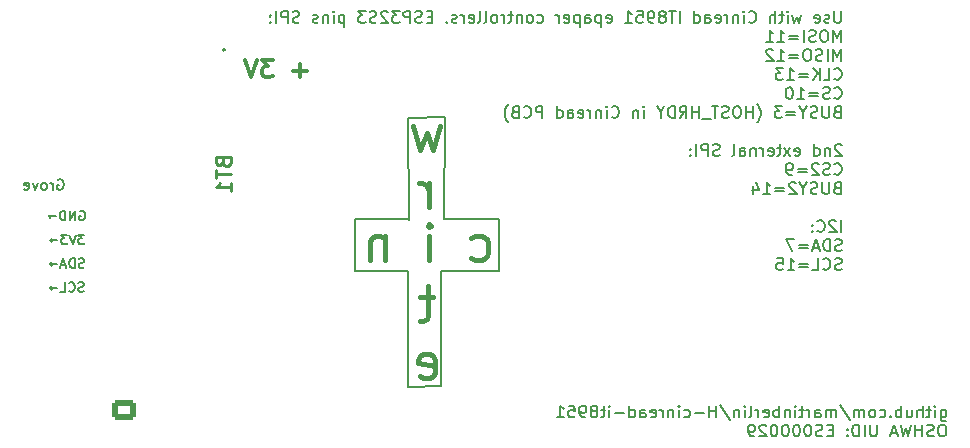
<source format=gbo>
G04 #@! TF.GenerationSoftware,KiCad,Pcbnew,6.0.8-f2edbf62ab~116~ubuntu20.04.1*
G04 #@! TF.CreationDate,2022-10-06T18:38:35+02:00*
G04 #@! TF.ProjectId,IT8951-HAT,49543839-3531-42d4-9841-542e6b696361,v1.2*
G04 #@! TF.SameCoordinates,Original*
G04 #@! TF.FileFunction,Legend,Bot*
G04 #@! TF.FilePolarity,Positive*
%FSLAX46Y46*%
G04 Gerber Fmt 4.6, Leading zero omitted, Abs format (unit mm)*
G04 Created by KiCad (PCBNEW 6.0.8-f2edbf62ab~116~ubuntu20.04.1) date 2022-10-06 18:38:35*
%MOMM*%
%LPD*%
G01*
G04 APERTURE LIST*
G04 Aperture macros list*
%AMRoundRect*
0 Rectangle with rounded corners*
0 $1 Rounding radius*
0 $2 $3 $4 $5 $6 $7 $8 $9 X,Y pos of 4 corners*
0 Add a 4 corners polygon primitive as box body*
4,1,4,$2,$3,$4,$5,$6,$7,$8,$9,$2,$3,0*
0 Add four circle primitives for the rounded corners*
1,1,$1+$1,$2,$3*
1,1,$1+$1,$4,$5*
1,1,$1+$1,$6,$7*
1,1,$1+$1,$8,$9*
0 Add four rect primitives between the rounded corners*
20,1,$1+$1,$2,$3,$4,$5,0*
20,1,$1+$1,$4,$5,$6,$7,0*
20,1,$1+$1,$6,$7,$8,$9,0*
20,1,$1+$1,$8,$9,$2,$3,0*%
G04 Aperture macros list end*
%ADD10C,0.150000*%
%ADD11C,0.140000*%
%ADD12C,0.400000*%
%ADD13C,0.300000*%
%ADD14C,0.254000*%
%ADD15C,0.200000*%
%ADD16R,1.700000X1.700000*%
%ADD17O,1.700000X1.700000*%
%ADD18C,2.500000*%
%ADD19RoundRect,0.250000X0.750000X-0.600000X0.750000X0.600000X-0.750000X0.600000X-0.750000X-0.600000X0*%
%ADD20O,2.000000X1.700000*%
%ADD21R,1.000000X1.000000*%
%ADD22O,1.000000X1.000000*%
%ADD23C,0.650000*%
%ADD24O,2.100000X1.000000*%
%ADD25O,1.600000X1.000000*%
%ADD26R,1.150000X1.150000*%
%ADD27C,1.150000*%
%ADD28C,1.200000*%
%ADD29R,2.300000X4.040000*%
%ADD30R,2.300000X4.350000*%
G04 APERTURE END LIST*
D10*
X113825000Y-70650000D02*
X113825000Y-66275000D01*
X101575000Y-66275000D02*
X101575000Y-70650000D01*
X106175000Y-66275000D02*
X101575000Y-66275000D01*
X108925000Y-80400000D02*
X108925000Y-70650000D01*
X106100000Y-80450000D02*
X108925000Y-80400000D01*
X101625000Y-70650000D02*
X106100000Y-70650000D01*
X109200000Y-57600000D02*
X106100000Y-57675000D01*
X106100000Y-70650000D02*
X106100000Y-80450000D01*
X113825000Y-66275000D02*
X109175000Y-66275000D01*
X106100000Y-57675000D02*
X106150000Y-66350000D01*
X109175000Y-66275000D02*
X109200000Y-57600000D01*
X108925000Y-70650000D02*
X113825000Y-70650000D01*
D11*
X78647619Y-72373809D02*
X78533333Y-72411904D01*
X78342857Y-72411904D01*
X78266666Y-72373809D01*
X78228571Y-72335714D01*
X78190476Y-72259523D01*
X78190476Y-72183333D01*
X78228571Y-72107142D01*
X78266666Y-72069047D01*
X78342857Y-72030952D01*
X78495238Y-71992857D01*
X78571428Y-71954761D01*
X78609523Y-71916666D01*
X78647619Y-71840476D01*
X78647619Y-71764285D01*
X78609523Y-71688095D01*
X78571428Y-71650000D01*
X78495238Y-71611904D01*
X78304761Y-71611904D01*
X78190476Y-71650000D01*
X77390476Y-72335714D02*
X77428571Y-72373809D01*
X77542857Y-72411904D01*
X77619047Y-72411904D01*
X77733333Y-72373809D01*
X77809523Y-72297619D01*
X77847619Y-72221428D01*
X77885714Y-72069047D01*
X77885714Y-71954761D01*
X77847619Y-71802380D01*
X77809523Y-71726190D01*
X77733333Y-71650000D01*
X77619047Y-71611904D01*
X77542857Y-71611904D01*
X77428571Y-71650000D01*
X77390476Y-71688095D01*
X76666666Y-72411904D02*
X77047619Y-72411904D01*
X77047619Y-71611904D01*
X76400000Y-72107142D02*
X75790476Y-72107142D01*
X75942857Y-72259523D02*
X75790476Y-72107142D01*
X75942857Y-71954761D01*
D10*
X142764404Y-48637380D02*
X142764404Y-49446904D01*
X142716785Y-49542142D01*
X142669166Y-49589761D01*
X142573928Y-49637380D01*
X142383452Y-49637380D01*
X142288214Y-49589761D01*
X142240595Y-49542142D01*
X142192976Y-49446904D01*
X142192976Y-48637380D01*
X141764404Y-49589761D02*
X141669166Y-49637380D01*
X141478690Y-49637380D01*
X141383452Y-49589761D01*
X141335833Y-49494523D01*
X141335833Y-49446904D01*
X141383452Y-49351666D01*
X141478690Y-49304047D01*
X141621547Y-49304047D01*
X141716785Y-49256428D01*
X141764404Y-49161190D01*
X141764404Y-49113571D01*
X141716785Y-49018333D01*
X141621547Y-48970714D01*
X141478690Y-48970714D01*
X141383452Y-49018333D01*
X140526309Y-49589761D02*
X140621547Y-49637380D01*
X140812023Y-49637380D01*
X140907261Y-49589761D01*
X140954880Y-49494523D01*
X140954880Y-49113571D01*
X140907261Y-49018333D01*
X140812023Y-48970714D01*
X140621547Y-48970714D01*
X140526309Y-49018333D01*
X140478690Y-49113571D01*
X140478690Y-49208809D01*
X140954880Y-49304047D01*
X139383452Y-48970714D02*
X139192976Y-49637380D01*
X139002500Y-49161190D01*
X138812023Y-49637380D01*
X138621547Y-48970714D01*
X138240595Y-49637380D02*
X138240595Y-48970714D01*
X138240595Y-48637380D02*
X138288214Y-48685000D01*
X138240595Y-48732619D01*
X138192976Y-48685000D01*
X138240595Y-48637380D01*
X138240595Y-48732619D01*
X137907261Y-48970714D02*
X137526309Y-48970714D01*
X137764404Y-48637380D02*
X137764404Y-49494523D01*
X137716785Y-49589761D01*
X137621547Y-49637380D01*
X137526309Y-49637380D01*
X137192976Y-49637380D02*
X137192976Y-48637380D01*
X136764404Y-49637380D02*
X136764404Y-49113571D01*
X136812023Y-49018333D01*
X136907261Y-48970714D01*
X137050119Y-48970714D01*
X137145357Y-49018333D01*
X137192976Y-49065952D01*
X134954880Y-49542142D02*
X135002500Y-49589761D01*
X135145357Y-49637380D01*
X135240595Y-49637380D01*
X135383452Y-49589761D01*
X135478690Y-49494523D01*
X135526309Y-49399285D01*
X135573928Y-49208809D01*
X135573928Y-49065952D01*
X135526309Y-48875476D01*
X135478690Y-48780238D01*
X135383452Y-48685000D01*
X135240595Y-48637380D01*
X135145357Y-48637380D01*
X135002500Y-48685000D01*
X134954880Y-48732619D01*
X134526309Y-49637380D02*
X134526309Y-48970714D01*
X134526309Y-48637380D02*
X134573928Y-48685000D01*
X134526309Y-48732619D01*
X134478690Y-48685000D01*
X134526309Y-48637380D01*
X134526309Y-48732619D01*
X134050119Y-48970714D02*
X134050119Y-49637380D01*
X134050119Y-49065952D02*
X134002500Y-49018333D01*
X133907261Y-48970714D01*
X133764404Y-48970714D01*
X133669166Y-49018333D01*
X133621547Y-49113571D01*
X133621547Y-49637380D01*
X133145357Y-49637380D02*
X133145357Y-48970714D01*
X133145357Y-49161190D02*
X133097738Y-49065952D01*
X133050119Y-49018333D01*
X132954880Y-48970714D01*
X132859642Y-48970714D01*
X132145357Y-49589761D02*
X132240595Y-49637380D01*
X132431071Y-49637380D01*
X132526309Y-49589761D01*
X132573928Y-49494523D01*
X132573928Y-49113571D01*
X132526309Y-49018333D01*
X132431071Y-48970714D01*
X132240595Y-48970714D01*
X132145357Y-49018333D01*
X132097738Y-49113571D01*
X132097738Y-49208809D01*
X132573928Y-49304047D01*
X131240595Y-49637380D02*
X131240595Y-49113571D01*
X131288214Y-49018333D01*
X131383452Y-48970714D01*
X131573928Y-48970714D01*
X131669166Y-49018333D01*
X131240595Y-49589761D02*
X131335833Y-49637380D01*
X131573928Y-49637380D01*
X131669166Y-49589761D01*
X131716785Y-49494523D01*
X131716785Y-49399285D01*
X131669166Y-49304047D01*
X131573928Y-49256428D01*
X131335833Y-49256428D01*
X131240595Y-49208809D01*
X130335833Y-49637380D02*
X130335833Y-48637380D01*
X130335833Y-49589761D02*
X130431071Y-49637380D01*
X130621547Y-49637380D01*
X130716785Y-49589761D01*
X130764404Y-49542142D01*
X130812023Y-49446904D01*
X130812023Y-49161190D01*
X130764404Y-49065952D01*
X130716785Y-49018333D01*
X130621547Y-48970714D01*
X130431071Y-48970714D01*
X130335833Y-49018333D01*
X129097738Y-49637380D02*
X129097738Y-48637380D01*
X128764404Y-48637380D02*
X128192976Y-48637380D01*
X128478690Y-49637380D02*
X128478690Y-48637380D01*
X127716785Y-49065952D02*
X127812023Y-49018333D01*
X127859642Y-48970714D01*
X127907261Y-48875476D01*
X127907261Y-48827857D01*
X127859642Y-48732619D01*
X127812023Y-48685000D01*
X127716785Y-48637380D01*
X127526309Y-48637380D01*
X127431071Y-48685000D01*
X127383452Y-48732619D01*
X127335833Y-48827857D01*
X127335833Y-48875476D01*
X127383452Y-48970714D01*
X127431071Y-49018333D01*
X127526309Y-49065952D01*
X127716785Y-49065952D01*
X127812023Y-49113571D01*
X127859642Y-49161190D01*
X127907261Y-49256428D01*
X127907261Y-49446904D01*
X127859642Y-49542142D01*
X127812023Y-49589761D01*
X127716785Y-49637380D01*
X127526309Y-49637380D01*
X127431071Y-49589761D01*
X127383452Y-49542142D01*
X127335833Y-49446904D01*
X127335833Y-49256428D01*
X127383452Y-49161190D01*
X127431071Y-49113571D01*
X127526309Y-49065952D01*
X126859642Y-49637380D02*
X126669166Y-49637380D01*
X126573928Y-49589761D01*
X126526309Y-49542142D01*
X126431071Y-49399285D01*
X126383452Y-49208809D01*
X126383452Y-48827857D01*
X126431071Y-48732619D01*
X126478690Y-48685000D01*
X126573928Y-48637380D01*
X126764404Y-48637380D01*
X126859642Y-48685000D01*
X126907261Y-48732619D01*
X126954880Y-48827857D01*
X126954880Y-49065952D01*
X126907261Y-49161190D01*
X126859642Y-49208809D01*
X126764404Y-49256428D01*
X126573928Y-49256428D01*
X126478690Y-49208809D01*
X126431071Y-49161190D01*
X126383452Y-49065952D01*
X125478690Y-48637380D02*
X125954880Y-48637380D01*
X126002500Y-49113571D01*
X125954880Y-49065952D01*
X125859642Y-49018333D01*
X125621547Y-49018333D01*
X125526309Y-49065952D01*
X125478690Y-49113571D01*
X125431071Y-49208809D01*
X125431071Y-49446904D01*
X125478690Y-49542142D01*
X125526309Y-49589761D01*
X125621547Y-49637380D01*
X125859642Y-49637380D01*
X125954880Y-49589761D01*
X126002500Y-49542142D01*
X124478690Y-49637380D02*
X125050119Y-49637380D01*
X124764404Y-49637380D02*
X124764404Y-48637380D01*
X124859642Y-48780238D01*
X124954880Y-48875476D01*
X125050119Y-48923095D01*
X122907261Y-49589761D02*
X123002500Y-49637380D01*
X123192976Y-49637380D01*
X123288214Y-49589761D01*
X123335833Y-49494523D01*
X123335833Y-49113571D01*
X123288214Y-49018333D01*
X123192976Y-48970714D01*
X123002500Y-48970714D01*
X122907261Y-49018333D01*
X122859642Y-49113571D01*
X122859642Y-49208809D01*
X123335833Y-49304047D01*
X122431071Y-48970714D02*
X122431071Y-49970714D01*
X122431071Y-49018333D02*
X122335833Y-48970714D01*
X122145357Y-48970714D01*
X122050119Y-49018333D01*
X122002500Y-49065952D01*
X121954880Y-49161190D01*
X121954880Y-49446904D01*
X122002500Y-49542142D01*
X122050119Y-49589761D01*
X122145357Y-49637380D01*
X122335833Y-49637380D01*
X122431071Y-49589761D01*
X121097738Y-49637380D02*
X121097738Y-49113571D01*
X121145357Y-49018333D01*
X121240595Y-48970714D01*
X121431071Y-48970714D01*
X121526309Y-49018333D01*
X121097738Y-49589761D02*
X121192976Y-49637380D01*
X121431071Y-49637380D01*
X121526309Y-49589761D01*
X121573928Y-49494523D01*
X121573928Y-49399285D01*
X121526309Y-49304047D01*
X121431071Y-49256428D01*
X121192976Y-49256428D01*
X121097738Y-49208809D01*
X120621547Y-48970714D02*
X120621547Y-49970714D01*
X120621547Y-49018333D02*
X120526309Y-48970714D01*
X120335833Y-48970714D01*
X120240595Y-49018333D01*
X120192976Y-49065952D01*
X120145357Y-49161190D01*
X120145357Y-49446904D01*
X120192976Y-49542142D01*
X120240595Y-49589761D01*
X120335833Y-49637380D01*
X120526309Y-49637380D01*
X120621547Y-49589761D01*
X119335833Y-49589761D02*
X119431071Y-49637380D01*
X119621547Y-49637380D01*
X119716785Y-49589761D01*
X119764404Y-49494523D01*
X119764404Y-49113571D01*
X119716785Y-49018333D01*
X119621547Y-48970714D01*
X119431071Y-48970714D01*
X119335833Y-49018333D01*
X119288214Y-49113571D01*
X119288214Y-49208809D01*
X119764404Y-49304047D01*
X118859642Y-49637380D02*
X118859642Y-48970714D01*
X118859642Y-49161190D02*
X118812023Y-49065952D01*
X118764404Y-49018333D01*
X118669166Y-48970714D01*
X118573928Y-48970714D01*
X117050119Y-49589761D02*
X117145357Y-49637380D01*
X117335833Y-49637380D01*
X117431071Y-49589761D01*
X117478690Y-49542142D01*
X117526309Y-49446904D01*
X117526309Y-49161190D01*
X117478690Y-49065952D01*
X117431071Y-49018333D01*
X117335833Y-48970714D01*
X117145357Y-48970714D01*
X117050119Y-49018333D01*
X116478690Y-49637380D02*
X116573928Y-49589761D01*
X116621547Y-49542142D01*
X116669166Y-49446904D01*
X116669166Y-49161190D01*
X116621547Y-49065952D01*
X116573928Y-49018333D01*
X116478690Y-48970714D01*
X116335833Y-48970714D01*
X116240595Y-49018333D01*
X116192976Y-49065952D01*
X116145357Y-49161190D01*
X116145357Y-49446904D01*
X116192976Y-49542142D01*
X116240595Y-49589761D01*
X116335833Y-49637380D01*
X116478690Y-49637380D01*
X115716785Y-48970714D02*
X115716785Y-49637380D01*
X115716785Y-49065952D02*
X115669166Y-49018333D01*
X115573928Y-48970714D01*
X115431071Y-48970714D01*
X115335833Y-49018333D01*
X115288214Y-49113571D01*
X115288214Y-49637380D01*
X114954880Y-48970714D02*
X114573928Y-48970714D01*
X114812023Y-48637380D02*
X114812023Y-49494523D01*
X114764404Y-49589761D01*
X114669166Y-49637380D01*
X114573928Y-49637380D01*
X114240595Y-49637380D02*
X114240595Y-48970714D01*
X114240595Y-49161190D02*
X114192976Y-49065952D01*
X114145357Y-49018333D01*
X114050119Y-48970714D01*
X113954880Y-48970714D01*
X113478690Y-49637380D02*
X113573928Y-49589761D01*
X113621547Y-49542142D01*
X113669166Y-49446904D01*
X113669166Y-49161190D01*
X113621547Y-49065952D01*
X113573928Y-49018333D01*
X113478690Y-48970714D01*
X113335833Y-48970714D01*
X113240595Y-49018333D01*
X113192976Y-49065952D01*
X113145357Y-49161190D01*
X113145357Y-49446904D01*
X113192976Y-49542142D01*
X113240595Y-49589761D01*
X113335833Y-49637380D01*
X113478690Y-49637380D01*
X112573928Y-49637380D02*
X112669166Y-49589761D01*
X112716785Y-49494523D01*
X112716785Y-48637380D01*
X112050119Y-49637380D02*
X112145357Y-49589761D01*
X112192976Y-49494523D01*
X112192976Y-48637380D01*
X111288214Y-49589761D02*
X111383452Y-49637380D01*
X111573928Y-49637380D01*
X111669166Y-49589761D01*
X111716785Y-49494523D01*
X111716785Y-49113571D01*
X111669166Y-49018333D01*
X111573928Y-48970714D01*
X111383452Y-48970714D01*
X111288214Y-49018333D01*
X111240595Y-49113571D01*
X111240595Y-49208809D01*
X111716785Y-49304047D01*
X110812023Y-49637380D02*
X110812023Y-48970714D01*
X110812023Y-49161190D02*
X110764404Y-49065952D01*
X110716785Y-49018333D01*
X110621547Y-48970714D01*
X110526309Y-48970714D01*
X110240595Y-49589761D02*
X110145357Y-49637380D01*
X109954880Y-49637380D01*
X109859642Y-49589761D01*
X109812023Y-49494523D01*
X109812023Y-49446904D01*
X109859642Y-49351666D01*
X109954880Y-49304047D01*
X110097738Y-49304047D01*
X110192976Y-49256428D01*
X110240595Y-49161190D01*
X110240595Y-49113571D01*
X110192976Y-49018333D01*
X110097738Y-48970714D01*
X109954880Y-48970714D01*
X109859642Y-49018333D01*
X109383452Y-49542142D02*
X109335833Y-49589761D01*
X109383452Y-49637380D01*
X109431071Y-49589761D01*
X109383452Y-49542142D01*
X109383452Y-49637380D01*
X108145357Y-49113571D02*
X107812023Y-49113571D01*
X107669166Y-49637380D02*
X108145357Y-49637380D01*
X108145357Y-48637380D01*
X107669166Y-48637380D01*
X107288214Y-49589761D02*
X107145357Y-49637380D01*
X106907261Y-49637380D01*
X106812023Y-49589761D01*
X106764404Y-49542142D01*
X106716785Y-49446904D01*
X106716785Y-49351666D01*
X106764404Y-49256428D01*
X106812023Y-49208809D01*
X106907261Y-49161190D01*
X107097738Y-49113571D01*
X107192976Y-49065952D01*
X107240595Y-49018333D01*
X107288214Y-48923095D01*
X107288214Y-48827857D01*
X107240595Y-48732619D01*
X107192976Y-48685000D01*
X107097738Y-48637380D01*
X106859642Y-48637380D01*
X106716785Y-48685000D01*
X106288214Y-49637380D02*
X106288214Y-48637380D01*
X105907261Y-48637380D01*
X105812023Y-48685000D01*
X105764404Y-48732619D01*
X105716785Y-48827857D01*
X105716785Y-48970714D01*
X105764404Y-49065952D01*
X105812023Y-49113571D01*
X105907261Y-49161190D01*
X106288214Y-49161190D01*
X105383452Y-48637380D02*
X104764404Y-48637380D01*
X105097738Y-49018333D01*
X104954880Y-49018333D01*
X104859642Y-49065952D01*
X104812023Y-49113571D01*
X104764404Y-49208809D01*
X104764404Y-49446904D01*
X104812023Y-49542142D01*
X104859642Y-49589761D01*
X104954880Y-49637380D01*
X105240595Y-49637380D01*
X105335833Y-49589761D01*
X105383452Y-49542142D01*
X104383452Y-48732619D02*
X104335833Y-48685000D01*
X104240595Y-48637380D01*
X104002500Y-48637380D01*
X103907261Y-48685000D01*
X103859642Y-48732619D01*
X103812023Y-48827857D01*
X103812023Y-48923095D01*
X103859642Y-49065952D01*
X104431071Y-49637380D01*
X103812023Y-49637380D01*
X103431071Y-49589761D02*
X103288214Y-49637380D01*
X103050119Y-49637380D01*
X102954880Y-49589761D01*
X102907261Y-49542142D01*
X102859642Y-49446904D01*
X102859642Y-49351666D01*
X102907261Y-49256428D01*
X102954880Y-49208809D01*
X103050119Y-49161190D01*
X103240595Y-49113571D01*
X103335833Y-49065952D01*
X103383452Y-49018333D01*
X103431071Y-48923095D01*
X103431071Y-48827857D01*
X103383452Y-48732619D01*
X103335833Y-48685000D01*
X103240595Y-48637380D01*
X103002500Y-48637380D01*
X102859642Y-48685000D01*
X102526309Y-48637380D02*
X101907261Y-48637380D01*
X102240595Y-49018333D01*
X102097738Y-49018333D01*
X102002500Y-49065952D01*
X101954880Y-49113571D01*
X101907261Y-49208809D01*
X101907261Y-49446904D01*
X101954880Y-49542142D01*
X102002500Y-49589761D01*
X102097738Y-49637380D01*
X102383452Y-49637380D01*
X102478690Y-49589761D01*
X102526309Y-49542142D01*
X100716785Y-48970714D02*
X100716785Y-49970714D01*
X100716785Y-49018333D02*
X100621547Y-48970714D01*
X100431071Y-48970714D01*
X100335833Y-49018333D01*
X100288214Y-49065952D01*
X100240595Y-49161190D01*
X100240595Y-49446904D01*
X100288214Y-49542142D01*
X100335833Y-49589761D01*
X100431071Y-49637380D01*
X100621547Y-49637380D01*
X100716785Y-49589761D01*
X99812023Y-49637380D02*
X99812023Y-48970714D01*
X99812023Y-48637380D02*
X99859642Y-48685000D01*
X99812023Y-48732619D01*
X99764404Y-48685000D01*
X99812023Y-48637380D01*
X99812023Y-48732619D01*
X99335833Y-48970714D02*
X99335833Y-49637380D01*
X99335833Y-49065952D02*
X99288214Y-49018333D01*
X99192976Y-48970714D01*
X99050119Y-48970714D01*
X98954880Y-49018333D01*
X98907261Y-49113571D01*
X98907261Y-49637380D01*
X98478690Y-49589761D02*
X98383452Y-49637380D01*
X98192976Y-49637380D01*
X98097738Y-49589761D01*
X98050119Y-49494523D01*
X98050119Y-49446904D01*
X98097738Y-49351666D01*
X98192976Y-49304047D01*
X98335833Y-49304047D01*
X98431071Y-49256428D01*
X98478690Y-49161190D01*
X98478690Y-49113571D01*
X98431071Y-49018333D01*
X98335833Y-48970714D01*
X98192976Y-48970714D01*
X98097738Y-49018333D01*
X96907261Y-49589761D02*
X96764404Y-49637380D01*
X96526309Y-49637380D01*
X96431071Y-49589761D01*
X96383452Y-49542142D01*
X96335833Y-49446904D01*
X96335833Y-49351666D01*
X96383452Y-49256428D01*
X96431071Y-49208809D01*
X96526309Y-49161190D01*
X96716785Y-49113571D01*
X96812023Y-49065952D01*
X96859642Y-49018333D01*
X96907261Y-48923095D01*
X96907261Y-48827857D01*
X96859642Y-48732619D01*
X96812023Y-48685000D01*
X96716785Y-48637380D01*
X96478690Y-48637380D01*
X96335833Y-48685000D01*
X95907261Y-49637380D02*
X95907261Y-48637380D01*
X95526309Y-48637380D01*
X95431071Y-48685000D01*
X95383452Y-48732619D01*
X95335833Y-48827857D01*
X95335833Y-48970714D01*
X95383452Y-49065952D01*
X95431071Y-49113571D01*
X95526309Y-49161190D01*
X95907261Y-49161190D01*
X94907261Y-49637380D02*
X94907261Y-48637380D01*
X94431071Y-49542142D02*
X94383452Y-49589761D01*
X94431071Y-49637380D01*
X94478690Y-49589761D01*
X94431071Y-49542142D01*
X94431071Y-49637380D01*
X94431071Y-49018333D02*
X94383452Y-49065952D01*
X94431071Y-49113571D01*
X94478690Y-49065952D01*
X94431071Y-49018333D01*
X94431071Y-49113571D01*
X142764404Y-51247380D02*
X142764404Y-50247380D01*
X142431071Y-50961666D01*
X142097738Y-50247380D01*
X142097738Y-51247380D01*
X141431071Y-50247380D02*
X141240595Y-50247380D01*
X141145357Y-50295000D01*
X141050119Y-50390238D01*
X141002500Y-50580714D01*
X141002500Y-50914047D01*
X141050119Y-51104523D01*
X141145357Y-51199761D01*
X141240595Y-51247380D01*
X141431071Y-51247380D01*
X141526309Y-51199761D01*
X141621547Y-51104523D01*
X141669166Y-50914047D01*
X141669166Y-50580714D01*
X141621547Y-50390238D01*
X141526309Y-50295000D01*
X141431071Y-50247380D01*
X140621547Y-51199761D02*
X140478690Y-51247380D01*
X140240595Y-51247380D01*
X140145357Y-51199761D01*
X140097738Y-51152142D01*
X140050119Y-51056904D01*
X140050119Y-50961666D01*
X140097738Y-50866428D01*
X140145357Y-50818809D01*
X140240595Y-50771190D01*
X140431071Y-50723571D01*
X140526309Y-50675952D01*
X140573928Y-50628333D01*
X140621547Y-50533095D01*
X140621547Y-50437857D01*
X140573928Y-50342619D01*
X140526309Y-50295000D01*
X140431071Y-50247380D01*
X140192976Y-50247380D01*
X140050119Y-50295000D01*
X139621547Y-51247380D02*
X139621547Y-50247380D01*
X139145357Y-50723571D02*
X138383452Y-50723571D01*
X138383452Y-51009285D02*
X139145357Y-51009285D01*
X137383452Y-51247380D02*
X137954880Y-51247380D01*
X137669166Y-51247380D02*
X137669166Y-50247380D01*
X137764404Y-50390238D01*
X137859642Y-50485476D01*
X137954880Y-50533095D01*
X136431071Y-51247380D02*
X137002500Y-51247380D01*
X136716785Y-51247380D02*
X136716785Y-50247380D01*
X136812023Y-50390238D01*
X136907261Y-50485476D01*
X137002500Y-50533095D01*
X142764404Y-52857380D02*
X142764404Y-51857380D01*
X142431071Y-52571666D01*
X142097738Y-51857380D01*
X142097738Y-52857380D01*
X141621547Y-52857380D02*
X141621547Y-51857380D01*
X141192976Y-52809761D02*
X141050119Y-52857380D01*
X140812023Y-52857380D01*
X140716785Y-52809761D01*
X140669166Y-52762142D01*
X140621547Y-52666904D01*
X140621547Y-52571666D01*
X140669166Y-52476428D01*
X140716785Y-52428809D01*
X140812023Y-52381190D01*
X141002500Y-52333571D01*
X141097738Y-52285952D01*
X141145357Y-52238333D01*
X141192976Y-52143095D01*
X141192976Y-52047857D01*
X141145357Y-51952619D01*
X141097738Y-51905000D01*
X141002500Y-51857380D01*
X140764404Y-51857380D01*
X140621547Y-51905000D01*
X140002500Y-51857380D02*
X139812023Y-51857380D01*
X139716785Y-51905000D01*
X139621547Y-52000238D01*
X139573928Y-52190714D01*
X139573928Y-52524047D01*
X139621547Y-52714523D01*
X139716785Y-52809761D01*
X139812023Y-52857380D01*
X140002500Y-52857380D01*
X140097738Y-52809761D01*
X140192976Y-52714523D01*
X140240595Y-52524047D01*
X140240595Y-52190714D01*
X140192976Y-52000238D01*
X140097738Y-51905000D01*
X140002500Y-51857380D01*
X139145357Y-52333571D02*
X138383452Y-52333571D01*
X138383452Y-52619285D02*
X139145357Y-52619285D01*
X137383452Y-52857380D02*
X137954880Y-52857380D01*
X137669166Y-52857380D02*
X137669166Y-51857380D01*
X137764404Y-52000238D01*
X137859642Y-52095476D01*
X137954880Y-52143095D01*
X137002500Y-51952619D02*
X136954880Y-51905000D01*
X136859642Y-51857380D01*
X136621547Y-51857380D01*
X136526309Y-51905000D01*
X136478690Y-51952619D01*
X136431071Y-52047857D01*
X136431071Y-52143095D01*
X136478690Y-52285952D01*
X137050119Y-52857380D01*
X136431071Y-52857380D01*
X142192976Y-54372142D02*
X142240595Y-54419761D01*
X142383452Y-54467380D01*
X142478690Y-54467380D01*
X142621547Y-54419761D01*
X142716785Y-54324523D01*
X142764404Y-54229285D01*
X142812023Y-54038809D01*
X142812023Y-53895952D01*
X142764404Y-53705476D01*
X142716785Y-53610238D01*
X142621547Y-53515000D01*
X142478690Y-53467380D01*
X142383452Y-53467380D01*
X142240595Y-53515000D01*
X142192976Y-53562619D01*
X141288214Y-54467380D02*
X141764404Y-54467380D01*
X141764404Y-53467380D01*
X140954880Y-54467380D02*
X140954880Y-53467380D01*
X140383452Y-54467380D02*
X140812023Y-53895952D01*
X140383452Y-53467380D02*
X140954880Y-54038809D01*
X139954880Y-53943571D02*
X139192976Y-53943571D01*
X139192976Y-54229285D02*
X139954880Y-54229285D01*
X138192976Y-54467380D02*
X138764404Y-54467380D01*
X138478690Y-54467380D02*
X138478690Y-53467380D01*
X138573928Y-53610238D01*
X138669166Y-53705476D01*
X138764404Y-53753095D01*
X137859642Y-53467380D02*
X137240595Y-53467380D01*
X137573928Y-53848333D01*
X137431071Y-53848333D01*
X137335833Y-53895952D01*
X137288214Y-53943571D01*
X137240595Y-54038809D01*
X137240595Y-54276904D01*
X137288214Y-54372142D01*
X137335833Y-54419761D01*
X137431071Y-54467380D01*
X137716785Y-54467380D01*
X137812023Y-54419761D01*
X137859642Y-54372142D01*
X142192976Y-55982142D02*
X142240595Y-56029761D01*
X142383452Y-56077380D01*
X142478690Y-56077380D01*
X142621547Y-56029761D01*
X142716785Y-55934523D01*
X142764404Y-55839285D01*
X142812023Y-55648809D01*
X142812023Y-55505952D01*
X142764404Y-55315476D01*
X142716785Y-55220238D01*
X142621547Y-55125000D01*
X142478690Y-55077380D01*
X142383452Y-55077380D01*
X142240595Y-55125000D01*
X142192976Y-55172619D01*
X141812023Y-56029761D02*
X141669166Y-56077380D01*
X141431071Y-56077380D01*
X141335833Y-56029761D01*
X141288214Y-55982142D01*
X141240595Y-55886904D01*
X141240595Y-55791666D01*
X141288214Y-55696428D01*
X141335833Y-55648809D01*
X141431071Y-55601190D01*
X141621547Y-55553571D01*
X141716785Y-55505952D01*
X141764404Y-55458333D01*
X141812023Y-55363095D01*
X141812023Y-55267857D01*
X141764404Y-55172619D01*
X141716785Y-55125000D01*
X141621547Y-55077380D01*
X141383452Y-55077380D01*
X141240595Y-55125000D01*
X140812023Y-55553571D02*
X140050119Y-55553571D01*
X140050119Y-55839285D02*
X140812023Y-55839285D01*
X139050119Y-56077380D02*
X139621547Y-56077380D01*
X139335833Y-56077380D02*
X139335833Y-55077380D01*
X139431071Y-55220238D01*
X139526309Y-55315476D01*
X139621547Y-55363095D01*
X138431071Y-55077380D02*
X138335833Y-55077380D01*
X138240595Y-55125000D01*
X138192976Y-55172619D01*
X138145357Y-55267857D01*
X138097738Y-55458333D01*
X138097738Y-55696428D01*
X138145357Y-55886904D01*
X138192976Y-55982142D01*
X138240595Y-56029761D01*
X138335833Y-56077380D01*
X138431071Y-56077380D01*
X138526309Y-56029761D01*
X138573928Y-55982142D01*
X138621547Y-55886904D01*
X138669166Y-55696428D01*
X138669166Y-55458333D01*
X138621547Y-55267857D01*
X138573928Y-55172619D01*
X138526309Y-55125000D01*
X138431071Y-55077380D01*
X142431071Y-57163571D02*
X142288214Y-57211190D01*
X142240595Y-57258809D01*
X142192976Y-57354047D01*
X142192976Y-57496904D01*
X142240595Y-57592142D01*
X142288214Y-57639761D01*
X142383452Y-57687380D01*
X142764404Y-57687380D01*
X142764404Y-56687380D01*
X142431071Y-56687380D01*
X142335833Y-56735000D01*
X142288214Y-56782619D01*
X142240595Y-56877857D01*
X142240595Y-56973095D01*
X142288214Y-57068333D01*
X142335833Y-57115952D01*
X142431071Y-57163571D01*
X142764404Y-57163571D01*
X141764404Y-56687380D02*
X141764404Y-57496904D01*
X141716785Y-57592142D01*
X141669166Y-57639761D01*
X141573928Y-57687380D01*
X141383452Y-57687380D01*
X141288214Y-57639761D01*
X141240595Y-57592142D01*
X141192976Y-57496904D01*
X141192976Y-56687380D01*
X140764404Y-57639761D02*
X140621547Y-57687380D01*
X140383452Y-57687380D01*
X140288214Y-57639761D01*
X140240595Y-57592142D01*
X140192976Y-57496904D01*
X140192976Y-57401666D01*
X140240595Y-57306428D01*
X140288214Y-57258809D01*
X140383452Y-57211190D01*
X140573928Y-57163571D01*
X140669166Y-57115952D01*
X140716785Y-57068333D01*
X140764404Y-56973095D01*
X140764404Y-56877857D01*
X140716785Y-56782619D01*
X140669166Y-56735000D01*
X140573928Y-56687380D01*
X140335833Y-56687380D01*
X140192976Y-56735000D01*
X139573928Y-57211190D02*
X139573928Y-57687380D01*
X139907261Y-56687380D02*
X139573928Y-57211190D01*
X139240595Y-56687380D01*
X138907261Y-57163571D02*
X138145357Y-57163571D01*
X138145357Y-57449285D02*
X138907261Y-57449285D01*
X137764404Y-56687380D02*
X137145357Y-56687380D01*
X137478690Y-57068333D01*
X137335833Y-57068333D01*
X137240595Y-57115952D01*
X137192976Y-57163571D01*
X137145357Y-57258809D01*
X137145357Y-57496904D01*
X137192976Y-57592142D01*
X137240595Y-57639761D01*
X137335833Y-57687380D01*
X137621547Y-57687380D01*
X137716785Y-57639761D01*
X137764404Y-57592142D01*
X135669166Y-58068333D02*
X135716785Y-58020714D01*
X135812023Y-57877857D01*
X135859642Y-57782619D01*
X135907261Y-57639761D01*
X135954880Y-57401666D01*
X135954880Y-57211190D01*
X135907261Y-56973095D01*
X135859642Y-56830238D01*
X135812023Y-56735000D01*
X135716785Y-56592142D01*
X135669166Y-56544523D01*
X135288214Y-57687380D02*
X135288214Y-56687380D01*
X135288214Y-57163571D02*
X134716785Y-57163571D01*
X134716785Y-57687380D02*
X134716785Y-56687380D01*
X134050119Y-56687380D02*
X133859642Y-56687380D01*
X133764404Y-56735000D01*
X133669166Y-56830238D01*
X133621547Y-57020714D01*
X133621547Y-57354047D01*
X133669166Y-57544523D01*
X133764404Y-57639761D01*
X133859642Y-57687380D01*
X134050119Y-57687380D01*
X134145357Y-57639761D01*
X134240595Y-57544523D01*
X134288214Y-57354047D01*
X134288214Y-57020714D01*
X134240595Y-56830238D01*
X134145357Y-56735000D01*
X134050119Y-56687380D01*
X133240595Y-57639761D02*
X133097738Y-57687380D01*
X132859642Y-57687380D01*
X132764404Y-57639761D01*
X132716785Y-57592142D01*
X132669166Y-57496904D01*
X132669166Y-57401666D01*
X132716785Y-57306428D01*
X132764404Y-57258809D01*
X132859642Y-57211190D01*
X133050119Y-57163571D01*
X133145357Y-57115952D01*
X133192976Y-57068333D01*
X133240595Y-56973095D01*
X133240595Y-56877857D01*
X133192976Y-56782619D01*
X133145357Y-56735000D01*
X133050119Y-56687380D01*
X132812023Y-56687380D01*
X132669166Y-56735000D01*
X132383452Y-56687380D02*
X131812023Y-56687380D01*
X132097738Y-57687380D02*
X132097738Y-56687380D01*
X131716785Y-57782619D02*
X130954880Y-57782619D01*
X130716785Y-57687380D02*
X130716785Y-56687380D01*
X130716785Y-57163571D02*
X130145357Y-57163571D01*
X130145357Y-57687380D02*
X130145357Y-56687380D01*
X129097738Y-57687380D02*
X129431071Y-57211190D01*
X129669166Y-57687380D02*
X129669166Y-56687380D01*
X129288214Y-56687380D01*
X129192976Y-56735000D01*
X129145357Y-56782619D01*
X129097738Y-56877857D01*
X129097738Y-57020714D01*
X129145357Y-57115952D01*
X129192976Y-57163571D01*
X129288214Y-57211190D01*
X129669166Y-57211190D01*
X128669166Y-57687380D02*
X128669166Y-56687380D01*
X128431071Y-56687380D01*
X128288214Y-56735000D01*
X128192976Y-56830238D01*
X128145357Y-56925476D01*
X128097738Y-57115952D01*
X128097738Y-57258809D01*
X128145357Y-57449285D01*
X128192976Y-57544523D01*
X128288214Y-57639761D01*
X128431071Y-57687380D01*
X128669166Y-57687380D01*
X127478690Y-57211190D02*
X127478690Y-57687380D01*
X127812023Y-56687380D02*
X127478690Y-57211190D01*
X127145357Y-56687380D01*
X126050119Y-57687380D02*
X126050119Y-57020714D01*
X126050119Y-56687380D02*
X126097738Y-56735000D01*
X126050119Y-56782619D01*
X126002500Y-56735000D01*
X126050119Y-56687380D01*
X126050119Y-56782619D01*
X125573928Y-57020714D02*
X125573928Y-57687380D01*
X125573928Y-57115952D02*
X125526309Y-57068333D01*
X125431071Y-57020714D01*
X125288214Y-57020714D01*
X125192976Y-57068333D01*
X125145357Y-57163571D01*
X125145357Y-57687380D01*
X123335833Y-57592142D02*
X123383452Y-57639761D01*
X123526309Y-57687380D01*
X123621547Y-57687380D01*
X123764404Y-57639761D01*
X123859642Y-57544523D01*
X123907261Y-57449285D01*
X123954880Y-57258809D01*
X123954880Y-57115952D01*
X123907261Y-56925476D01*
X123859642Y-56830238D01*
X123764404Y-56735000D01*
X123621547Y-56687380D01*
X123526309Y-56687380D01*
X123383452Y-56735000D01*
X123335833Y-56782619D01*
X122907261Y-57687380D02*
X122907261Y-57020714D01*
X122907261Y-56687380D02*
X122954880Y-56735000D01*
X122907261Y-56782619D01*
X122859642Y-56735000D01*
X122907261Y-56687380D01*
X122907261Y-56782619D01*
X122431071Y-57020714D02*
X122431071Y-57687380D01*
X122431071Y-57115952D02*
X122383452Y-57068333D01*
X122288214Y-57020714D01*
X122145357Y-57020714D01*
X122050119Y-57068333D01*
X122002500Y-57163571D01*
X122002500Y-57687380D01*
X121526309Y-57687380D02*
X121526309Y-57020714D01*
X121526309Y-57211190D02*
X121478690Y-57115952D01*
X121431071Y-57068333D01*
X121335833Y-57020714D01*
X121240595Y-57020714D01*
X120526309Y-57639761D02*
X120621547Y-57687380D01*
X120812023Y-57687380D01*
X120907261Y-57639761D01*
X120954880Y-57544523D01*
X120954880Y-57163571D01*
X120907261Y-57068333D01*
X120812023Y-57020714D01*
X120621547Y-57020714D01*
X120526309Y-57068333D01*
X120478690Y-57163571D01*
X120478690Y-57258809D01*
X120954880Y-57354047D01*
X119621547Y-57687380D02*
X119621547Y-57163571D01*
X119669166Y-57068333D01*
X119764404Y-57020714D01*
X119954880Y-57020714D01*
X120050119Y-57068333D01*
X119621547Y-57639761D02*
X119716785Y-57687380D01*
X119954880Y-57687380D01*
X120050119Y-57639761D01*
X120097738Y-57544523D01*
X120097738Y-57449285D01*
X120050119Y-57354047D01*
X119954880Y-57306428D01*
X119716785Y-57306428D01*
X119621547Y-57258809D01*
X118716785Y-57687380D02*
X118716785Y-56687380D01*
X118716785Y-57639761D02*
X118812023Y-57687380D01*
X119002500Y-57687380D01*
X119097738Y-57639761D01*
X119145357Y-57592142D01*
X119192976Y-57496904D01*
X119192976Y-57211190D01*
X119145357Y-57115952D01*
X119097738Y-57068333D01*
X119002500Y-57020714D01*
X118812023Y-57020714D01*
X118716785Y-57068333D01*
X117478690Y-57687380D02*
X117478690Y-56687380D01*
X117097738Y-56687380D01*
X117002500Y-56735000D01*
X116954880Y-56782619D01*
X116907261Y-56877857D01*
X116907261Y-57020714D01*
X116954880Y-57115952D01*
X117002500Y-57163571D01*
X117097738Y-57211190D01*
X117478690Y-57211190D01*
X115907261Y-57592142D02*
X115954880Y-57639761D01*
X116097738Y-57687380D01*
X116192976Y-57687380D01*
X116335833Y-57639761D01*
X116431071Y-57544523D01*
X116478690Y-57449285D01*
X116526309Y-57258809D01*
X116526309Y-57115952D01*
X116478690Y-56925476D01*
X116431071Y-56830238D01*
X116335833Y-56735000D01*
X116192976Y-56687380D01*
X116097738Y-56687380D01*
X115954880Y-56735000D01*
X115907261Y-56782619D01*
X115145357Y-57163571D02*
X115002500Y-57211190D01*
X114954880Y-57258809D01*
X114907261Y-57354047D01*
X114907261Y-57496904D01*
X114954880Y-57592142D01*
X115002500Y-57639761D01*
X115097738Y-57687380D01*
X115478690Y-57687380D01*
X115478690Y-56687380D01*
X115145357Y-56687380D01*
X115050119Y-56735000D01*
X115002500Y-56782619D01*
X114954880Y-56877857D01*
X114954880Y-56973095D01*
X115002500Y-57068333D01*
X115050119Y-57115952D01*
X115145357Y-57163571D01*
X115478690Y-57163571D01*
X114573928Y-58068333D02*
X114526309Y-58020714D01*
X114431071Y-57877857D01*
X114383452Y-57782619D01*
X114335833Y-57639761D01*
X114288214Y-57401666D01*
X114288214Y-57211190D01*
X114335833Y-56973095D01*
X114383452Y-56830238D01*
X114431071Y-56735000D01*
X114526309Y-56592142D01*
X114573928Y-56544523D01*
X142812023Y-60002619D02*
X142764404Y-59955000D01*
X142669166Y-59907380D01*
X142431071Y-59907380D01*
X142335833Y-59955000D01*
X142288214Y-60002619D01*
X142240595Y-60097857D01*
X142240595Y-60193095D01*
X142288214Y-60335952D01*
X142859642Y-60907380D01*
X142240595Y-60907380D01*
X141812023Y-60240714D02*
X141812023Y-60907380D01*
X141812023Y-60335952D02*
X141764404Y-60288333D01*
X141669166Y-60240714D01*
X141526309Y-60240714D01*
X141431071Y-60288333D01*
X141383452Y-60383571D01*
X141383452Y-60907380D01*
X140478690Y-60907380D02*
X140478690Y-59907380D01*
X140478690Y-60859761D02*
X140573928Y-60907380D01*
X140764404Y-60907380D01*
X140859642Y-60859761D01*
X140907261Y-60812142D01*
X140954880Y-60716904D01*
X140954880Y-60431190D01*
X140907261Y-60335952D01*
X140859642Y-60288333D01*
X140764404Y-60240714D01*
X140573928Y-60240714D01*
X140478690Y-60288333D01*
X138859642Y-60859761D02*
X138954880Y-60907380D01*
X139145357Y-60907380D01*
X139240595Y-60859761D01*
X139288214Y-60764523D01*
X139288214Y-60383571D01*
X139240595Y-60288333D01*
X139145357Y-60240714D01*
X138954880Y-60240714D01*
X138859642Y-60288333D01*
X138812023Y-60383571D01*
X138812023Y-60478809D01*
X139288214Y-60574047D01*
X138478690Y-60907380D02*
X137954880Y-60240714D01*
X138478690Y-60240714D02*
X137954880Y-60907380D01*
X137716785Y-60240714D02*
X137335833Y-60240714D01*
X137573928Y-59907380D02*
X137573928Y-60764523D01*
X137526309Y-60859761D01*
X137431071Y-60907380D01*
X137335833Y-60907380D01*
X136621547Y-60859761D02*
X136716785Y-60907380D01*
X136907261Y-60907380D01*
X137002500Y-60859761D01*
X137050119Y-60764523D01*
X137050119Y-60383571D01*
X137002500Y-60288333D01*
X136907261Y-60240714D01*
X136716785Y-60240714D01*
X136621547Y-60288333D01*
X136573928Y-60383571D01*
X136573928Y-60478809D01*
X137050119Y-60574047D01*
X136145357Y-60907380D02*
X136145357Y-60240714D01*
X136145357Y-60431190D02*
X136097738Y-60335952D01*
X136050119Y-60288333D01*
X135954880Y-60240714D01*
X135859642Y-60240714D01*
X135526309Y-60240714D02*
X135526309Y-60907380D01*
X135526309Y-60335952D02*
X135478690Y-60288333D01*
X135383452Y-60240714D01*
X135240595Y-60240714D01*
X135145357Y-60288333D01*
X135097738Y-60383571D01*
X135097738Y-60907380D01*
X134192976Y-60907380D02*
X134192976Y-60383571D01*
X134240595Y-60288333D01*
X134335833Y-60240714D01*
X134526309Y-60240714D01*
X134621547Y-60288333D01*
X134192976Y-60859761D02*
X134288214Y-60907380D01*
X134526309Y-60907380D01*
X134621547Y-60859761D01*
X134669166Y-60764523D01*
X134669166Y-60669285D01*
X134621547Y-60574047D01*
X134526309Y-60526428D01*
X134288214Y-60526428D01*
X134192976Y-60478809D01*
X133573928Y-60907380D02*
X133669166Y-60859761D01*
X133716785Y-60764523D01*
X133716785Y-59907380D01*
X132478690Y-60859761D02*
X132335833Y-60907380D01*
X132097738Y-60907380D01*
X132002500Y-60859761D01*
X131954880Y-60812142D01*
X131907261Y-60716904D01*
X131907261Y-60621666D01*
X131954880Y-60526428D01*
X132002500Y-60478809D01*
X132097738Y-60431190D01*
X132288214Y-60383571D01*
X132383452Y-60335952D01*
X132431071Y-60288333D01*
X132478690Y-60193095D01*
X132478690Y-60097857D01*
X132431071Y-60002619D01*
X132383452Y-59955000D01*
X132288214Y-59907380D01*
X132050119Y-59907380D01*
X131907261Y-59955000D01*
X131478690Y-60907380D02*
X131478690Y-59907380D01*
X131097738Y-59907380D01*
X131002500Y-59955000D01*
X130954880Y-60002619D01*
X130907261Y-60097857D01*
X130907261Y-60240714D01*
X130954880Y-60335952D01*
X131002500Y-60383571D01*
X131097738Y-60431190D01*
X131478690Y-60431190D01*
X130478690Y-60907380D02*
X130478690Y-59907380D01*
X130002500Y-60812142D02*
X129954880Y-60859761D01*
X130002500Y-60907380D01*
X130050119Y-60859761D01*
X130002500Y-60812142D01*
X130002500Y-60907380D01*
X130002500Y-60288333D02*
X129954880Y-60335952D01*
X130002500Y-60383571D01*
X130050119Y-60335952D01*
X130002500Y-60288333D01*
X130002500Y-60383571D01*
X142192976Y-62422142D02*
X142240595Y-62469761D01*
X142383452Y-62517380D01*
X142478690Y-62517380D01*
X142621547Y-62469761D01*
X142716785Y-62374523D01*
X142764404Y-62279285D01*
X142812023Y-62088809D01*
X142812023Y-61945952D01*
X142764404Y-61755476D01*
X142716785Y-61660238D01*
X142621547Y-61565000D01*
X142478690Y-61517380D01*
X142383452Y-61517380D01*
X142240595Y-61565000D01*
X142192976Y-61612619D01*
X141812023Y-62469761D02*
X141669166Y-62517380D01*
X141431071Y-62517380D01*
X141335833Y-62469761D01*
X141288214Y-62422142D01*
X141240595Y-62326904D01*
X141240595Y-62231666D01*
X141288214Y-62136428D01*
X141335833Y-62088809D01*
X141431071Y-62041190D01*
X141621547Y-61993571D01*
X141716785Y-61945952D01*
X141764404Y-61898333D01*
X141812023Y-61803095D01*
X141812023Y-61707857D01*
X141764404Y-61612619D01*
X141716785Y-61565000D01*
X141621547Y-61517380D01*
X141383452Y-61517380D01*
X141240595Y-61565000D01*
X140859642Y-61612619D02*
X140812023Y-61565000D01*
X140716785Y-61517380D01*
X140478690Y-61517380D01*
X140383452Y-61565000D01*
X140335833Y-61612619D01*
X140288214Y-61707857D01*
X140288214Y-61803095D01*
X140335833Y-61945952D01*
X140907261Y-62517380D01*
X140288214Y-62517380D01*
X139859642Y-61993571D02*
X139097738Y-61993571D01*
X139097738Y-62279285D02*
X139859642Y-62279285D01*
X138573928Y-62517380D02*
X138383452Y-62517380D01*
X138288214Y-62469761D01*
X138240595Y-62422142D01*
X138145357Y-62279285D01*
X138097738Y-62088809D01*
X138097738Y-61707857D01*
X138145357Y-61612619D01*
X138192976Y-61565000D01*
X138288214Y-61517380D01*
X138478690Y-61517380D01*
X138573928Y-61565000D01*
X138621547Y-61612619D01*
X138669166Y-61707857D01*
X138669166Y-61945952D01*
X138621547Y-62041190D01*
X138573928Y-62088809D01*
X138478690Y-62136428D01*
X138288214Y-62136428D01*
X138192976Y-62088809D01*
X138145357Y-62041190D01*
X138097738Y-61945952D01*
X142431071Y-63603571D02*
X142288214Y-63651190D01*
X142240595Y-63698809D01*
X142192976Y-63794047D01*
X142192976Y-63936904D01*
X142240595Y-64032142D01*
X142288214Y-64079761D01*
X142383452Y-64127380D01*
X142764404Y-64127380D01*
X142764404Y-63127380D01*
X142431071Y-63127380D01*
X142335833Y-63175000D01*
X142288214Y-63222619D01*
X142240595Y-63317857D01*
X142240595Y-63413095D01*
X142288214Y-63508333D01*
X142335833Y-63555952D01*
X142431071Y-63603571D01*
X142764404Y-63603571D01*
X141764404Y-63127380D02*
X141764404Y-63936904D01*
X141716785Y-64032142D01*
X141669166Y-64079761D01*
X141573928Y-64127380D01*
X141383452Y-64127380D01*
X141288214Y-64079761D01*
X141240595Y-64032142D01*
X141192976Y-63936904D01*
X141192976Y-63127380D01*
X140764404Y-64079761D02*
X140621547Y-64127380D01*
X140383452Y-64127380D01*
X140288214Y-64079761D01*
X140240595Y-64032142D01*
X140192976Y-63936904D01*
X140192976Y-63841666D01*
X140240595Y-63746428D01*
X140288214Y-63698809D01*
X140383452Y-63651190D01*
X140573928Y-63603571D01*
X140669166Y-63555952D01*
X140716785Y-63508333D01*
X140764404Y-63413095D01*
X140764404Y-63317857D01*
X140716785Y-63222619D01*
X140669166Y-63175000D01*
X140573928Y-63127380D01*
X140335833Y-63127380D01*
X140192976Y-63175000D01*
X139573928Y-63651190D02*
X139573928Y-64127380D01*
X139907261Y-63127380D02*
X139573928Y-63651190D01*
X139240595Y-63127380D01*
X138954880Y-63222619D02*
X138907261Y-63175000D01*
X138812023Y-63127380D01*
X138573928Y-63127380D01*
X138478690Y-63175000D01*
X138431071Y-63222619D01*
X138383452Y-63317857D01*
X138383452Y-63413095D01*
X138431071Y-63555952D01*
X139002500Y-64127380D01*
X138383452Y-64127380D01*
X137954880Y-63603571D02*
X137192976Y-63603571D01*
X137192976Y-63889285D02*
X137954880Y-63889285D01*
X136192976Y-64127380D02*
X136764404Y-64127380D01*
X136478690Y-64127380D02*
X136478690Y-63127380D01*
X136573928Y-63270238D01*
X136669166Y-63365476D01*
X136764404Y-63413095D01*
X135335833Y-63460714D02*
X135335833Y-64127380D01*
X135573928Y-63079761D02*
X135812023Y-63794047D01*
X135192976Y-63794047D01*
X142764404Y-67347380D02*
X142764404Y-66347380D01*
X142335833Y-66442619D02*
X142288214Y-66395000D01*
X142192976Y-66347380D01*
X141954880Y-66347380D01*
X141859642Y-66395000D01*
X141812023Y-66442619D01*
X141764404Y-66537857D01*
X141764404Y-66633095D01*
X141812023Y-66775952D01*
X142383452Y-67347380D01*
X141764404Y-67347380D01*
X140764404Y-67252142D02*
X140812023Y-67299761D01*
X140954880Y-67347380D01*
X141050119Y-67347380D01*
X141192976Y-67299761D01*
X141288214Y-67204523D01*
X141335833Y-67109285D01*
X141383452Y-66918809D01*
X141383452Y-66775952D01*
X141335833Y-66585476D01*
X141288214Y-66490238D01*
X141192976Y-66395000D01*
X141050119Y-66347380D01*
X140954880Y-66347380D01*
X140812023Y-66395000D01*
X140764404Y-66442619D01*
X140335833Y-67252142D02*
X140288214Y-67299761D01*
X140335833Y-67347380D01*
X140383452Y-67299761D01*
X140335833Y-67252142D01*
X140335833Y-67347380D01*
X140335833Y-66728333D02*
X140288214Y-66775952D01*
X140335833Y-66823571D01*
X140383452Y-66775952D01*
X140335833Y-66728333D01*
X140335833Y-66823571D01*
X142812023Y-68909761D02*
X142669166Y-68957380D01*
X142431071Y-68957380D01*
X142335833Y-68909761D01*
X142288214Y-68862142D01*
X142240595Y-68766904D01*
X142240595Y-68671666D01*
X142288214Y-68576428D01*
X142335833Y-68528809D01*
X142431071Y-68481190D01*
X142621547Y-68433571D01*
X142716785Y-68385952D01*
X142764404Y-68338333D01*
X142812023Y-68243095D01*
X142812023Y-68147857D01*
X142764404Y-68052619D01*
X142716785Y-68005000D01*
X142621547Y-67957380D01*
X142383452Y-67957380D01*
X142240595Y-68005000D01*
X141812023Y-68957380D02*
X141812023Y-67957380D01*
X141573928Y-67957380D01*
X141431071Y-68005000D01*
X141335833Y-68100238D01*
X141288214Y-68195476D01*
X141240595Y-68385952D01*
X141240595Y-68528809D01*
X141288214Y-68719285D01*
X141335833Y-68814523D01*
X141431071Y-68909761D01*
X141573928Y-68957380D01*
X141812023Y-68957380D01*
X140859642Y-68671666D02*
X140383452Y-68671666D01*
X140954880Y-68957380D02*
X140621547Y-67957380D01*
X140288214Y-68957380D01*
X139954880Y-68433571D02*
X139192976Y-68433571D01*
X139192976Y-68719285D02*
X139954880Y-68719285D01*
X138812023Y-67957380D02*
X138145357Y-67957380D01*
X138573928Y-68957380D01*
X142812023Y-70519761D02*
X142669166Y-70567380D01*
X142431071Y-70567380D01*
X142335833Y-70519761D01*
X142288214Y-70472142D01*
X142240595Y-70376904D01*
X142240595Y-70281666D01*
X142288214Y-70186428D01*
X142335833Y-70138809D01*
X142431071Y-70091190D01*
X142621547Y-70043571D01*
X142716785Y-69995952D01*
X142764404Y-69948333D01*
X142812023Y-69853095D01*
X142812023Y-69757857D01*
X142764404Y-69662619D01*
X142716785Y-69615000D01*
X142621547Y-69567380D01*
X142383452Y-69567380D01*
X142240595Y-69615000D01*
X141240595Y-70472142D02*
X141288214Y-70519761D01*
X141431071Y-70567380D01*
X141526309Y-70567380D01*
X141669166Y-70519761D01*
X141764404Y-70424523D01*
X141812023Y-70329285D01*
X141859642Y-70138809D01*
X141859642Y-69995952D01*
X141812023Y-69805476D01*
X141764404Y-69710238D01*
X141669166Y-69615000D01*
X141526309Y-69567380D01*
X141431071Y-69567380D01*
X141288214Y-69615000D01*
X141240595Y-69662619D01*
X140335833Y-70567380D02*
X140812023Y-70567380D01*
X140812023Y-69567380D01*
X140002500Y-70043571D02*
X139240595Y-70043571D01*
X139240595Y-70329285D02*
X140002500Y-70329285D01*
X138240595Y-70567380D02*
X138812023Y-70567380D01*
X138526309Y-70567380D02*
X138526309Y-69567380D01*
X138621547Y-69710238D01*
X138716785Y-69805476D01*
X138812023Y-69853095D01*
X137335833Y-69567380D02*
X137812023Y-69567380D01*
X137859642Y-70043571D01*
X137812023Y-69995952D01*
X137716785Y-69948333D01*
X137478690Y-69948333D01*
X137383452Y-69995952D01*
X137335833Y-70043571D01*
X137288214Y-70138809D01*
X137288214Y-70376904D01*
X137335833Y-70472142D01*
X137383452Y-70519761D01*
X137478690Y-70567380D01*
X137716785Y-70567380D01*
X137812023Y-70519761D01*
X137859642Y-70472142D01*
X151185833Y-82380714D02*
X151185833Y-83190238D01*
X151233452Y-83285476D01*
X151281071Y-83333095D01*
X151376309Y-83380714D01*
X151519166Y-83380714D01*
X151614404Y-83333095D01*
X151185833Y-82999761D02*
X151281071Y-83047380D01*
X151471547Y-83047380D01*
X151566785Y-82999761D01*
X151614404Y-82952142D01*
X151662023Y-82856904D01*
X151662023Y-82571190D01*
X151614404Y-82475952D01*
X151566785Y-82428333D01*
X151471547Y-82380714D01*
X151281071Y-82380714D01*
X151185833Y-82428333D01*
X150709642Y-83047380D02*
X150709642Y-82380714D01*
X150709642Y-82047380D02*
X150757261Y-82095000D01*
X150709642Y-82142619D01*
X150662023Y-82095000D01*
X150709642Y-82047380D01*
X150709642Y-82142619D01*
X150376309Y-82380714D02*
X149995357Y-82380714D01*
X150233452Y-82047380D02*
X150233452Y-82904523D01*
X150185833Y-82999761D01*
X150090595Y-83047380D01*
X149995357Y-83047380D01*
X149662023Y-83047380D02*
X149662023Y-82047380D01*
X149233452Y-83047380D02*
X149233452Y-82523571D01*
X149281071Y-82428333D01*
X149376309Y-82380714D01*
X149519166Y-82380714D01*
X149614404Y-82428333D01*
X149662023Y-82475952D01*
X148328690Y-82380714D02*
X148328690Y-83047380D01*
X148757261Y-82380714D02*
X148757261Y-82904523D01*
X148709642Y-82999761D01*
X148614404Y-83047380D01*
X148471547Y-83047380D01*
X148376309Y-82999761D01*
X148328690Y-82952142D01*
X147852500Y-83047380D02*
X147852500Y-82047380D01*
X147852500Y-82428333D02*
X147757261Y-82380714D01*
X147566785Y-82380714D01*
X147471547Y-82428333D01*
X147423928Y-82475952D01*
X147376309Y-82571190D01*
X147376309Y-82856904D01*
X147423928Y-82952142D01*
X147471547Y-82999761D01*
X147566785Y-83047380D01*
X147757261Y-83047380D01*
X147852500Y-82999761D01*
X146947738Y-82952142D02*
X146900119Y-82999761D01*
X146947738Y-83047380D01*
X146995357Y-82999761D01*
X146947738Y-82952142D01*
X146947738Y-83047380D01*
X146042976Y-82999761D02*
X146138214Y-83047380D01*
X146328690Y-83047380D01*
X146423928Y-82999761D01*
X146471547Y-82952142D01*
X146519166Y-82856904D01*
X146519166Y-82571190D01*
X146471547Y-82475952D01*
X146423928Y-82428333D01*
X146328690Y-82380714D01*
X146138214Y-82380714D01*
X146042976Y-82428333D01*
X145471547Y-83047380D02*
X145566785Y-82999761D01*
X145614404Y-82952142D01*
X145662023Y-82856904D01*
X145662023Y-82571190D01*
X145614404Y-82475952D01*
X145566785Y-82428333D01*
X145471547Y-82380714D01*
X145328690Y-82380714D01*
X145233452Y-82428333D01*
X145185833Y-82475952D01*
X145138214Y-82571190D01*
X145138214Y-82856904D01*
X145185833Y-82952142D01*
X145233452Y-82999761D01*
X145328690Y-83047380D01*
X145471547Y-83047380D01*
X144709642Y-83047380D02*
X144709642Y-82380714D01*
X144709642Y-82475952D02*
X144662023Y-82428333D01*
X144566785Y-82380714D01*
X144423928Y-82380714D01*
X144328690Y-82428333D01*
X144281071Y-82523571D01*
X144281071Y-83047380D01*
X144281071Y-82523571D02*
X144233452Y-82428333D01*
X144138214Y-82380714D01*
X143995357Y-82380714D01*
X143900119Y-82428333D01*
X143852500Y-82523571D01*
X143852500Y-83047380D01*
X142662023Y-81999761D02*
X143519166Y-83285476D01*
X142328690Y-83047380D02*
X142328690Y-82380714D01*
X142328690Y-82475952D02*
X142281071Y-82428333D01*
X142185833Y-82380714D01*
X142042976Y-82380714D01*
X141947738Y-82428333D01*
X141900119Y-82523571D01*
X141900119Y-83047380D01*
X141900119Y-82523571D02*
X141852500Y-82428333D01*
X141757261Y-82380714D01*
X141614404Y-82380714D01*
X141519166Y-82428333D01*
X141471547Y-82523571D01*
X141471547Y-83047380D01*
X140566785Y-83047380D02*
X140566785Y-82523571D01*
X140614404Y-82428333D01*
X140709642Y-82380714D01*
X140900119Y-82380714D01*
X140995357Y-82428333D01*
X140566785Y-82999761D02*
X140662023Y-83047380D01*
X140900119Y-83047380D01*
X140995357Y-82999761D01*
X141042976Y-82904523D01*
X141042976Y-82809285D01*
X140995357Y-82714047D01*
X140900119Y-82666428D01*
X140662023Y-82666428D01*
X140566785Y-82618809D01*
X140090595Y-83047380D02*
X140090595Y-82380714D01*
X140090595Y-82571190D02*
X140042976Y-82475952D01*
X139995357Y-82428333D01*
X139900119Y-82380714D01*
X139804880Y-82380714D01*
X139614404Y-82380714D02*
X139233452Y-82380714D01*
X139471547Y-82047380D02*
X139471547Y-82904523D01*
X139423928Y-82999761D01*
X139328690Y-83047380D01*
X139233452Y-83047380D01*
X138900119Y-83047380D02*
X138900119Y-82380714D01*
X138900119Y-82047380D02*
X138947738Y-82095000D01*
X138900119Y-82142619D01*
X138852500Y-82095000D01*
X138900119Y-82047380D01*
X138900119Y-82142619D01*
X138423928Y-82380714D02*
X138423928Y-83047380D01*
X138423928Y-82475952D02*
X138376309Y-82428333D01*
X138281071Y-82380714D01*
X138138214Y-82380714D01*
X138042976Y-82428333D01*
X137995357Y-82523571D01*
X137995357Y-83047380D01*
X137519166Y-83047380D02*
X137519166Y-82047380D01*
X137519166Y-82428333D02*
X137423928Y-82380714D01*
X137233452Y-82380714D01*
X137138214Y-82428333D01*
X137090595Y-82475952D01*
X137042976Y-82571190D01*
X137042976Y-82856904D01*
X137090595Y-82952142D01*
X137138214Y-82999761D01*
X137233452Y-83047380D01*
X137423928Y-83047380D01*
X137519166Y-82999761D01*
X136233452Y-82999761D02*
X136328690Y-83047380D01*
X136519166Y-83047380D01*
X136614404Y-82999761D01*
X136662023Y-82904523D01*
X136662023Y-82523571D01*
X136614404Y-82428333D01*
X136519166Y-82380714D01*
X136328690Y-82380714D01*
X136233452Y-82428333D01*
X136185833Y-82523571D01*
X136185833Y-82618809D01*
X136662023Y-82714047D01*
X135757261Y-83047380D02*
X135757261Y-82380714D01*
X135757261Y-82571190D02*
X135709642Y-82475952D01*
X135662023Y-82428333D01*
X135566785Y-82380714D01*
X135471547Y-82380714D01*
X134995357Y-83047380D02*
X135090595Y-82999761D01*
X135138214Y-82904523D01*
X135138214Y-82047380D01*
X134614404Y-83047380D02*
X134614404Y-82380714D01*
X134614404Y-82047380D02*
X134662023Y-82095000D01*
X134614404Y-82142619D01*
X134566785Y-82095000D01*
X134614404Y-82047380D01*
X134614404Y-82142619D01*
X134138214Y-82380714D02*
X134138214Y-83047380D01*
X134138214Y-82475952D02*
X134090595Y-82428333D01*
X133995357Y-82380714D01*
X133852500Y-82380714D01*
X133757261Y-82428333D01*
X133709642Y-82523571D01*
X133709642Y-83047380D01*
X132519166Y-81999761D02*
X133376309Y-83285476D01*
X132185833Y-83047380D02*
X132185833Y-82047380D01*
X132185833Y-82523571D02*
X131614404Y-82523571D01*
X131614404Y-83047380D02*
X131614404Y-82047380D01*
X131138214Y-82666428D02*
X130376309Y-82666428D01*
X129471547Y-82999761D02*
X129566785Y-83047380D01*
X129757261Y-83047380D01*
X129852500Y-82999761D01*
X129900119Y-82952142D01*
X129947738Y-82856904D01*
X129947738Y-82571190D01*
X129900119Y-82475952D01*
X129852500Y-82428333D01*
X129757261Y-82380714D01*
X129566785Y-82380714D01*
X129471547Y-82428333D01*
X129042976Y-83047380D02*
X129042976Y-82380714D01*
X129042976Y-82047380D02*
X129090595Y-82095000D01*
X129042976Y-82142619D01*
X128995357Y-82095000D01*
X129042976Y-82047380D01*
X129042976Y-82142619D01*
X128566785Y-82380714D02*
X128566785Y-83047380D01*
X128566785Y-82475952D02*
X128519166Y-82428333D01*
X128423928Y-82380714D01*
X128281071Y-82380714D01*
X128185833Y-82428333D01*
X128138214Y-82523571D01*
X128138214Y-83047380D01*
X127662023Y-83047380D02*
X127662023Y-82380714D01*
X127662023Y-82571190D02*
X127614404Y-82475952D01*
X127566785Y-82428333D01*
X127471547Y-82380714D01*
X127376309Y-82380714D01*
X126662023Y-82999761D02*
X126757261Y-83047380D01*
X126947738Y-83047380D01*
X127042976Y-82999761D01*
X127090595Y-82904523D01*
X127090595Y-82523571D01*
X127042976Y-82428333D01*
X126947738Y-82380714D01*
X126757261Y-82380714D01*
X126662023Y-82428333D01*
X126614404Y-82523571D01*
X126614404Y-82618809D01*
X127090595Y-82714047D01*
X125757261Y-83047380D02*
X125757261Y-82523571D01*
X125804880Y-82428333D01*
X125900119Y-82380714D01*
X126090595Y-82380714D01*
X126185833Y-82428333D01*
X125757261Y-82999761D02*
X125852500Y-83047380D01*
X126090595Y-83047380D01*
X126185833Y-82999761D01*
X126233452Y-82904523D01*
X126233452Y-82809285D01*
X126185833Y-82714047D01*
X126090595Y-82666428D01*
X125852500Y-82666428D01*
X125757261Y-82618809D01*
X124852500Y-83047380D02*
X124852500Y-82047380D01*
X124852500Y-82999761D02*
X124947738Y-83047380D01*
X125138214Y-83047380D01*
X125233452Y-82999761D01*
X125281071Y-82952142D01*
X125328690Y-82856904D01*
X125328690Y-82571190D01*
X125281071Y-82475952D01*
X125233452Y-82428333D01*
X125138214Y-82380714D01*
X124947738Y-82380714D01*
X124852500Y-82428333D01*
X124376309Y-82666428D02*
X123614404Y-82666428D01*
X123138214Y-83047380D02*
X123138214Y-82380714D01*
X123138214Y-82047380D02*
X123185833Y-82095000D01*
X123138214Y-82142619D01*
X123090595Y-82095000D01*
X123138214Y-82047380D01*
X123138214Y-82142619D01*
X122804880Y-82380714D02*
X122423928Y-82380714D01*
X122662023Y-82047380D02*
X122662023Y-82904523D01*
X122614404Y-82999761D01*
X122519166Y-83047380D01*
X122423928Y-83047380D01*
X121947738Y-82475952D02*
X122042976Y-82428333D01*
X122090595Y-82380714D01*
X122138214Y-82285476D01*
X122138214Y-82237857D01*
X122090595Y-82142619D01*
X122042976Y-82095000D01*
X121947738Y-82047380D01*
X121757261Y-82047380D01*
X121662023Y-82095000D01*
X121614404Y-82142619D01*
X121566785Y-82237857D01*
X121566785Y-82285476D01*
X121614404Y-82380714D01*
X121662023Y-82428333D01*
X121757261Y-82475952D01*
X121947738Y-82475952D01*
X122042976Y-82523571D01*
X122090595Y-82571190D01*
X122138214Y-82666428D01*
X122138214Y-82856904D01*
X122090595Y-82952142D01*
X122042976Y-82999761D01*
X121947738Y-83047380D01*
X121757261Y-83047380D01*
X121662023Y-82999761D01*
X121614404Y-82952142D01*
X121566785Y-82856904D01*
X121566785Y-82666428D01*
X121614404Y-82571190D01*
X121662023Y-82523571D01*
X121757261Y-82475952D01*
X121090595Y-83047380D02*
X120900119Y-83047380D01*
X120804880Y-82999761D01*
X120757261Y-82952142D01*
X120662023Y-82809285D01*
X120614404Y-82618809D01*
X120614404Y-82237857D01*
X120662023Y-82142619D01*
X120709642Y-82095000D01*
X120804880Y-82047380D01*
X120995357Y-82047380D01*
X121090595Y-82095000D01*
X121138214Y-82142619D01*
X121185833Y-82237857D01*
X121185833Y-82475952D01*
X121138214Y-82571190D01*
X121090595Y-82618809D01*
X120995357Y-82666428D01*
X120804880Y-82666428D01*
X120709642Y-82618809D01*
X120662023Y-82571190D01*
X120614404Y-82475952D01*
X119709642Y-82047380D02*
X120185833Y-82047380D01*
X120233452Y-82523571D01*
X120185833Y-82475952D01*
X120090595Y-82428333D01*
X119852500Y-82428333D01*
X119757261Y-82475952D01*
X119709642Y-82523571D01*
X119662023Y-82618809D01*
X119662023Y-82856904D01*
X119709642Y-82952142D01*
X119757261Y-82999761D01*
X119852500Y-83047380D01*
X120090595Y-83047380D01*
X120185833Y-82999761D01*
X120233452Y-82952142D01*
X118709642Y-83047380D02*
X119281071Y-83047380D01*
X118995357Y-83047380D02*
X118995357Y-82047380D01*
X119090595Y-82190238D01*
X119185833Y-82285476D01*
X119281071Y-82333095D01*
X151423928Y-83657380D02*
X151233452Y-83657380D01*
X151138214Y-83705000D01*
X151042976Y-83800238D01*
X150995357Y-83990714D01*
X150995357Y-84324047D01*
X151042976Y-84514523D01*
X151138214Y-84609761D01*
X151233452Y-84657380D01*
X151423928Y-84657380D01*
X151519166Y-84609761D01*
X151614404Y-84514523D01*
X151662023Y-84324047D01*
X151662023Y-83990714D01*
X151614404Y-83800238D01*
X151519166Y-83705000D01*
X151423928Y-83657380D01*
X150614404Y-84609761D02*
X150471547Y-84657380D01*
X150233452Y-84657380D01*
X150138214Y-84609761D01*
X150090595Y-84562142D01*
X150042976Y-84466904D01*
X150042976Y-84371666D01*
X150090595Y-84276428D01*
X150138214Y-84228809D01*
X150233452Y-84181190D01*
X150423928Y-84133571D01*
X150519166Y-84085952D01*
X150566785Y-84038333D01*
X150614404Y-83943095D01*
X150614404Y-83847857D01*
X150566785Y-83752619D01*
X150519166Y-83705000D01*
X150423928Y-83657380D01*
X150185833Y-83657380D01*
X150042976Y-83705000D01*
X149614404Y-84657380D02*
X149614404Y-83657380D01*
X149614404Y-84133571D02*
X149042976Y-84133571D01*
X149042976Y-84657380D02*
X149042976Y-83657380D01*
X148662023Y-83657380D02*
X148423928Y-84657380D01*
X148233452Y-83943095D01*
X148042976Y-84657380D01*
X147804880Y-83657380D01*
X147471547Y-84371666D02*
X146995357Y-84371666D01*
X147566785Y-84657380D02*
X147233452Y-83657380D01*
X146900119Y-84657380D01*
X145804880Y-83657380D02*
X145804880Y-84466904D01*
X145757261Y-84562142D01*
X145709642Y-84609761D01*
X145614404Y-84657380D01*
X145423928Y-84657380D01*
X145328690Y-84609761D01*
X145281071Y-84562142D01*
X145233452Y-84466904D01*
X145233452Y-83657380D01*
X144757261Y-84657380D02*
X144757261Y-83657380D01*
X144281071Y-84657380D02*
X144281071Y-83657380D01*
X144042976Y-83657380D01*
X143900119Y-83705000D01*
X143804880Y-83800238D01*
X143757261Y-83895476D01*
X143709642Y-84085952D01*
X143709642Y-84228809D01*
X143757261Y-84419285D01*
X143804880Y-84514523D01*
X143900119Y-84609761D01*
X144042976Y-84657380D01*
X144281071Y-84657380D01*
X143281071Y-84562142D02*
X143233452Y-84609761D01*
X143281071Y-84657380D01*
X143328690Y-84609761D01*
X143281071Y-84562142D01*
X143281071Y-84657380D01*
X143281071Y-84038333D02*
X143233452Y-84085952D01*
X143281071Y-84133571D01*
X143328690Y-84085952D01*
X143281071Y-84038333D01*
X143281071Y-84133571D01*
X142042976Y-84133571D02*
X141709642Y-84133571D01*
X141566785Y-84657380D02*
X142042976Y-84657380D01*
X142042976Y-83657380D01*
X141566785Y-83657380D01*
X141185833Y-84609761D02*
X141042976Y-84657380D01*
X140804880Y-84657380D01*
X140709642Y-84609761D01*
X140662023Y-84562142D01*
X140614404Y-84466904D01*
X140614404Y-84371666D01*
X140662023Y-84276428D01*
X140709642Y-84228809D01*
X140804880Y-84181190D01*
X140995357Y-84133571D01*
X141090595Y-84085952D01*
X141138214Y-84038333D01*
X141185833Y-83943095D01*
X141185833Y-83847857D01*
X141138214Y-83752619D01*
X141090595Y-83705000D01*
X140995357Y-83657380D01*
X140757261Y-83657380D01*
X140614404Y-83705000D01*
X139995357Y-83657380D02*
X139900119Y-83657380D01*
X139804880Y-83705000D01*
X139757261Y-83752619D01*
X139709642Y-83847857D01*
X139662023Y-84038333D01*
X139662023Y-84276428D01*
X139709642Y-84466904D01*
X139757261Y-84562142D01*
X139804880Y-84609761D01*
X139900119Y-84657380D01*
X139995357Y-84657380D01*
X140090595Y-84609761D01*
X140138214Y-84562142D01*
X140185833Y-84466904D01*
X140233452Y-84276428D01*
X140233452Y-84038333D01*
X140185833Y-83847857D01*
X140138214Y-83752619D01*
X140090595Y-83705000D01*
X139995357Y-83657380D01*
X139042976Y-83657380D02*
X138947738Y-83657380D01*
X138852500Y-83705000D01*
X138804880Y-83752619D01*
X138757261Y-83847857D01*
X138709642Y-84038333D01*
X138709642Y-84276428D01*
X138757261Y-84466904D01*
X138804880Y-84562142D01*
X138852500Y-84609761D01*
X138947738Y-84657380D01*
X139042976Y-84657380D01*
X139138214Y-84609761D01*
X139185833Y-84562142D01*
X139233452Y-84466904D01*
X139281071Y-84276428D01*
X139281071Y-84038333D01*
X139233452Y-83847857D01*
X139185833Y-83752619D01*
X139138214Y-83705000D01*
X139042976Y-83657380D01*
X138090595Y-83657380D02*
X137995357Y-83657380D01*
X137900119Y-83705000D01*
X137852500Y-83752619D01*
X137804880Y-83847857D01*
X137757261Y-84038333D01*
X137757261Y-84276428D01*
X137804880Y-84466904D01*
X137852500Y-84562142D01*
X137900119Y-84609761D01*
X137995357Y-84657380D01*
X138090595Y-84657380D01*
X138185833Y-84609761D01*
X138233452Y-84562142D01*
X138281071Y-84466904D01*
X138328690Y-84276428D01*
X138328690Y-84038333D01*
X138281071Y-83847857D01*
X138233452Y-83752619D01*
X138185833Y-83705000D01*
X138090595Y-83657380D01*
X137138214Y-83657380D02*
X137042976Y-83657380D01*
X136947738Y-83705000D01*
X136900119Y-83752619D01*
X136852500Y-83847857D01*
X136804880Y-84038333D01*
X136804880Y-84276428D01*
X136852500Y-84466904D01*
X136900119Y-84562142D01*
X136947738Y-84609761D01*
X137042976Y-84657380D01*
X137138214Y-84657380D01*
X137233452Y-84609761D01*
X137281071Y-84562142D01*
X137328690Y-84466904D01*
X137376309Y-84276428D01*
X137376309Y-84038333D01*
X137328690Y-83847857D01*
X137281071Y-83752619D01*
X137233452Y-83705000D01*
X137138214Y-83657380D01*
X136423928Y-83752619D02*
X136376309Y-83705000D01*
X136281071Y-83657380D01*
X136042976Y-83657380D01*
X135947738Y-83705000D01*
X135900119Y-83752619D01*
X135852500Y-83847857D01*
X135852500Y-83943095D01*
X135900119Y-84085952D01*
X136471547Y-84657380D01*
X135852500Y-84657380D01*
X135376309Y-84657380D02*
X135185833Y-84657380D01*
X135090595Y-84609761D01*
X135042976Y-84562142D01*
X134947738Y-84419285D01*
X134900119Y-84228809D01*
X134900119Y-83847857D01*
X134947738Y-83752619D01*
X134995357Y-83705000D01*
X135090595Y-83657380D01*
X135281071Y-83657380D01*
X135376309Y-83705000D01*
X135423928Y-83752619D01*
X135471547Y-83847857D01*
X135471547Y-84085952D01*
X135423928Y-84181190D01*
X135376309Y-84228809D01*
X135281071Y-84276428D01*
X135090595Y-84276428D01*
X134995357Y-84228809D01*
X134947738Y-84181190D01*
X134900119Y-84085952D01*
D11*
X78666666Y-70348809D02*
X78552380Y-70386904D01*
X78361904Y-70386904D01*
X78285714Y-70348809D01*
X78247619Y-70310714D01*
X78209523Y-70234523D01*
X78209523Y-70158333D01*
X78247619Y-70082142D01*
X78285714Y-70044047D01*
X78361904Y-70005952D01*
X78514285Y-69967857D01*
X78590476Y-69929761D01*
X78628571Y-69891666D01*
X78666666Y-69815476D01*
X78666666Y-69739285D01*
X78628571Y-69663095D01*
X78590476Y-69625000D01*
X78514285Y-69586904D01*
X78323809Y-69586904D01*
X78209523Y-69625000D01*
X77866666Y-70386904D02*
X77866666Y-69586904D01*
X77676190Y-69586904D01*
X77561904Y-69625000D01*
X77485714Y-69701190D01*
X77447619Y-69777380D01*
X77409523Y-69929761D01*
X77409523Y-70044047D01*
X77447619Y-70196428D01*
X77485714Y-70272619D01*
X77561904Y-70348809D01*
X77676190Y-70386904D01*
X77866666Y-70386904D01*
X77104761Y-70158333D02*
X76723809Y-70158333D01*
X77180952Y-70386904D02*
X76914285Y-69586904D01*
X76647619Y-70386904D01*
X76380952Y-70082142D02*
X75771428Y-70082142D01*
X75923809Y-70234523D02*
X75771428Y-70082142D01*
X75923809Y-69929761D01*
X78685714Y-67561904D02*
X78190476Y-67561904D01*
X78457142Y-67866666D01*
X78342857Y-67866666D01*
X78266666Y-67904761D01*
X78228571Y-67942857D01*
X78190476Y-68019047D01*
X78190476Y-68209523D01*
X78228571Y-68285714D01*
X78266666Y-68323809D01*
X78342857Y-68361904D01*
X78571428Y-68361904D01*
X78647619Y-68323809D01*
X78685714Y-68285714D01*
X77961904Y-67561904D02*
X77695238Y-68361904D01*
X77428571Y-67561904D01*
X77238095Y-67561904D02*
X76742857Y-67561904D01*
X77009523Y-67866666D01*
X76895238Y-67866666D01*
X76819047Y-67904761D01*
X76780952Y-67942857D01*
X76742857Y-68019047D01*
X76742857Y-68209523D01*
X76780952Y-68285714D01*
X76819047Y-68323809D01*
X76895238Y-68361904D01*
X77123809Y-68361904D01*
X77200000Y-68323809D01*
X77238095Y-68285714D01*
X76400000Y-68057142D02*
X75790476Y-68057142D01*
X75942857Y-68209523D02*
X75790476Y-68057142D01*
X75942857Y-67904761D01*
X78304761Y-65575000D02*
X78380952Y-65536904D01*
X78495238Y-65536904D01*
X78609523Y-65575000D01*
X78685714Y-65651190D01*
X78723809Y-65727380D01*
X78761904Y-65879761D01*
X78761904Y-65994047D01*
X78723809Y-66146428D01*
X78685714Y-66222619D01*
X78609523Y-66298809D01*
X78495238Y-66336904D01*
X78419047Y-66336904D01*
X78304761Y-66298809D01*
X78266666Y-66260714D01*
X78266666Y-65994047D01*
X78419047Y-65994047D01*
X77923809Y-66336904D02*
X77923809Y-65536904D01*
X77466666Y-66336904D01*
X77466666Y-65536904D01*
X77085714Y-66336904D02*
X77085714Y-65536904D01*
X76895238Y-65536904D01*
X76780952Y-65575000D01*
X76704761Y-65651190D01*
X76666666Y-65727380D01*
X76628571Y-65879761D01*
X76628571Y-65994047D01*
X76666666Y-66146428D01*
X76704761Y-66222619D01*
X76780952Y-66298809D01*
X76895238Y-66336904D01*
X77085714Y-66336904D01*
X76285714Y-66032142D02*
X75676190Y-66032142D01*
X75828571Y-66184523D02*
X75676190Y-66032142D01*
X75828571Y-65879761D01*
D12*
X111467857Y-69539285D02*
X111753571Y-69682142D01*
X112325000Y-69682142D01*
X112610714Y-69539285D01*
X112753571Y-69396428D01*
X112896428Y-69110714D01*
X112896428Y-68253571D01*
X112753571Y-67967857D01*
X112610714Y-67825000D01*
X112325000Y-67682142D01*
X111753571Y-67682142D01*
X111467857Y-67825000D01*
X107896428Y-69682142D02*
X107896428Y-67682142D01*
X107896428Y-66682142D02*
X108039285Y-66825000D01*
X107896428Y-66967857D01*
X107753571Y-66825000D01*
X107896428Y-66682142D01*
X107896428Y-66967857D01*
X104182142Y-67682142D02*
X104182142Y-69682142D01*
X104182142Y-67967857D02*
X104039285Y-67825000D01*
X103753571Y-67682142D01*
X103325000Y-67682142D01*
X103039285Y-67825000D01*
X102896428Y-68110714D01*
X102896428Y-69682142D01*
D13*
X97525000Y-53682142D02*
X96382142Y-53682142D01*
X96953571Y-54253571D02*
X96953571Y-53110714D01*
X94667857Y-52753571D02*
X93739285Y-52753571D01*
X94239285Y-53325000D01*
X94025000Y-53325000D01*
X93882142Y-53396428D01*
X93810714Y-53467857D01*
X93739285Y-53610714D01*
X93739285Y-53967857D01*
X93810714Y-54110714D01*
X93882142Y-54182142D01*
X94025000Y-54253571D01*
X94453571Y-54253571D01*
X94596428Y-54182142D01*
X94667857Y-54110714D01*
X93310714Y-52753571D02*
X92810714Y-54253571D01*
X92310714Y-52753571D01*
D12*
X108817857Y-58397142D02*
X108246428Y-60397142D01*
X107675000Y-58968571D01*
X107103571Y-60397142D01*
X106532142Y-58397142D01*
X107889285Y-65227142D02*
X107889285Y-63227142D01*
X107889285Y-63798571D02*
X107746428Y-63512857D01*
X107603571Y-63370000D01*
X107317857Y-63227142D01*
X107032142Y-63227142D01*
X108246428Y-72887142D02*
X107103571Y-72887142D01*
X107817857Y-71887142D02*
X107817857Y-74458571D01*
X107675000Y-74744285D01*
X107389285Y-74887142D01*
X107103571Y-74887142D01*
X107103571Y-79574285D02*
X107389285Y-79717142D01*
X107960714Y-79717142D01*
X108246428Y-79574285D01*
X108389285Y-79288571D01*
X108389285Y-78145714D01*
X108246428Y-77860000D01*
X107960714Y-77717142D01*
X107389285Y-77717142D01*
X107103571Y-77860000D01*
X106960714Y-78145714D01*
X106960714Y-78431428D01*
X108389285Y-78717142D01*
D11*
X76453571Y-62925000D02*
X76539285Y-62882142D01*
X76667857Y-62882142D01*
X76796428Y-62925000D01*
X76882142Y-63010714D01*
X76925000Y-63096428D01*
X76967857Y-63267857D01*
X76967857Y-63396428D01*
X76925000Y-63567857D01*
X76882142Y-63653571D01*
X76796428Y-63739285D01*
X76667857Y-63782142D01*
X76582142Y-63782142D01*
X76453571Y-63739285D01*
X76410714Y-63696428D01*
X76410714Y-63396428D01*
X76582142Y-63396428D01*
X76025000Y-63782142D02*
X76025000Y-63182142D01*
X76025000Y-63353571D02*
X75982142Y-63267857D01*
X75939285Y-63225000D01*
X75853571Y-63182142D01*
X75767857Y-63182142D01*
X75339285Y-63782142D02*
X75425000Y-63739285D01*
X75467857Y-63696428D01*
X75510714Y-63610714D01*
X75510714Y-63353571D01*
X75467857Y-63267857D01*
X75425000Y-63225000D01*
X75339285Y-63182142D01*
X75210714Y-63182142D01*
X75125000Y-63225000D01*
X75082142Y-63267857D01*
X75039285Y-63353571D01*
X75039285Y-63610714D01*
X75082142Y-63696428D01*
X75125000Y-63739285D01*
X75210714Y-63782142D01*
X75339285Y-63782142D01*
X74739285Y-63182142D02*
X74525000Y-63782142D01*
X74310714Y-63182142D01*
X73625000Y-63739285D02*
X73710714Y-63782142D01*
X73882142Y-63782142D01*
X73967857Y-63739285D01*
X74010714Y-63653571D01*
X74010714Y-63310714D01*
X73967857Y-63225000D01*
X73882142Y-63182142D01*
X73710714Y-63182142D01*
X73625000Y-63225000D01*
X73582142Y-63310714D01*
X73582142Y-63396428D01*
X74010714Y-63482142D01*
D14*
X90409285Y-61422142D02*
X90469761Y-61603571D01*
X90530238Y-61664047D01*
X90651190Y-61724523D01*
X90832619Y-61724523D01*
X90953571Y-61664047D01*
X91014047Y-61603571D01*
X91074523Y-61482619D01*
X91074523Y-60998809D01*
X89804523Y-60998809D01*
X89804523Y-61422142D01*
X89865000Y-61543095D01*
X89925476Y-61603571D01*
X90046428Y-61664047D01*
X90167380Y-61664047D01*
X90288333Y-61603571D01*
X90348809Y-61543095D01*
X90409285Y-61422142D01*
X90409285Y-60998809D01*
X89804523Y-62087380D02*
X89804523Y-62813095D01*
X91074523Y-62450238D02*
X89804523Y-62450238D01*
X91074523Y-63901666D02*
X91074523Y-63175952D01*
X91074523Y-63538809D02*
X89804523Y-63538809D01*
X89985952Y-63417857D01*
X90106904Y-63296904D01*
X90167380Y-63175952D01*
D15*
X90600000Y-51910000D02*
X90600000Y-51910000D01*
X90400000Y-51910000D02*
X90400000Y-51910000D01*
X90600000Y-51910000D02*
G75*
G03*
X90400000Y-51910000I-100000J0D01*
G01*
X90400000Y-51910000D02*
G75*
G03*
X90600000Y-51910000I100000J0D01*
G01*
%LPC*%
D16*
X93025000Y-76200000D03*
D17*
X93025000Y-78740000D03*
X93025000Y-81280000D03*
D16*
X115125000Y-82600000D03*
D17*
X112585000Y-82600000D03*
X110045000Y-82600000D03*
X107505000Y-82600000D03*
X104965000Y-82600000D03*
X102425000Y-82600000D03*
X99885000Y-82600000D03*
D18*
X152075000Y-50375000D03*
D19*
X82082500Y-82425000D03*
D20*
X82082500Y-79925000D03*
D16*
X80150000Y-64575000D03*
D17*
X80150000Y-67115000D03*
X80150000Y-69655000D03*
X80150000Y-72195000D03*
D21*
X132100000Y-77950000D03*
D22*
X130830000Y-77950000D03*
X129560000Y-77950000D03*
X128290000Y-77950000D03*
X127020000Y-77950000D03*
D18*
X92950000Y-86550000D03*
D23*
X78945000Y-59110000D03*
X78945000Y-53330000D03*
D24*
X79475000Y-51900000D03*
D25*
X75295000Y-60540000D03*
D24*
X79475000Y-60540000D03*
D25*
X75295000Y-51900000D03*
D23*
X148350000Y-62965000D03*
X148350000Y-57185000D03*
D24*
X147820000Y-55755000D03*
X147820000Y-64395000D03*
D25*
X152000000Y-55755000D03*
X152000000Y-64395000D03*
D16*
X102375000Y-87125000D03*
D17*
X104915000Y-87125000D03*
X107455000Y-87125000D03*
X109995000Y-87125000D03*
X112535000Y-87125000D03*
X115075000Y-87125000D03*
D26*
X74875000Y-72044989D03*
D27*
X74875000Y-70044988D03*
X74875000Y-68044989D03*
X74875000Y-66044988D03*
D18*
X152075000Y-86550000D03*
D16*
X146100000Y-68325000D03*
D17*
X146100000Y-70865000D03*
X146100000Y-73405000D03*
X146100000Y-75945000D03*
D18*
X92950000Y-50375000D03*
D28*
X90500000Y-66260000D03*
X90500000Y-58760000D03*
D29*
X90500000Y-54360000D03*
D30*
X90500000Y-70325000D03*
M02*

</source>
